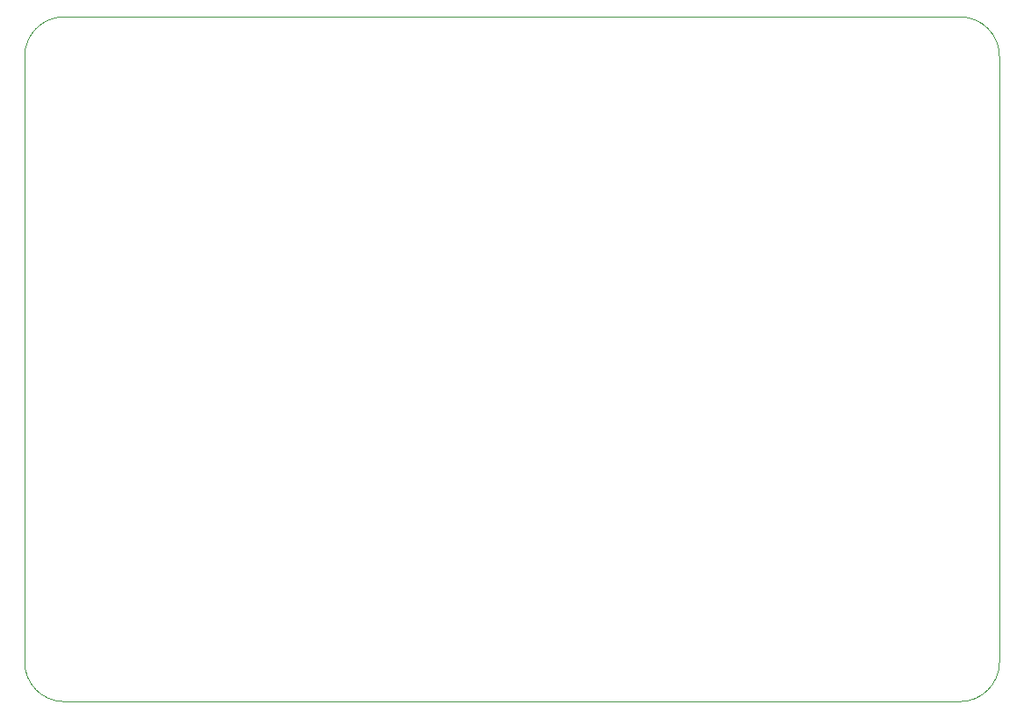
<source format=gm1>
G04 #@! TF.GenerationSoftware,KiCad,Pcbnew,(5.1.9)-1*
G04 #@! TF.CreationDate,2021-01-16T12:12:47+09:00*
G04 #@! TF.ProjectId,bf-026,62662d30-3236-42e6-9b69-6361645f7063,V01L02*
G04 #@! TF.SameCoordinates,Original*
G04 #@! TF.FileFunction,Profile,NP*
%FSLAX46Y46*%
G04 Gerber Fmt 4.6, Leading zero omitted, Abs format (unit mm)*
G04 Created by KiCad (PCBNEW (5.1.9)-1) date 2021-01-16 12:12:47*
%MOMM*%
%LPD*%
G01*
G04 APERTURE LIST*
G04 #@! TA.AperFunction,Profile*
%ADD10C,0.050000*%
G04 #@! TD*
G04 APERTURE END LIST*
D10*
X220980000Y-123190000D02*
G75*
G02*
X217170000Y-127000000I-3810000J0D01*
G01*
X217170000Y-60960000D02*
G75*
G02*
X220980000Y-64770000I0J-3810000D01*
G01*
X127000000Y-64770000D02*
G75*
G02*
X130810000Y-60960000I3810000J0D01*
G01*
X130810000Y-127000000D02*
G75*
G02*
X127000000Y-123190000I0J3810000D01*
G01*
X127000000Y-123190000D02*
X127000000Y-64770000D01*
X217170000Y-127000000D02*
X130810000Y-127000000D01*
X220980000Y-64770000D02*
X220980000Y-123190000D01*
X130810000Y-60960000D02*
X217170000Y-60960000D01*
M02*

</source>
